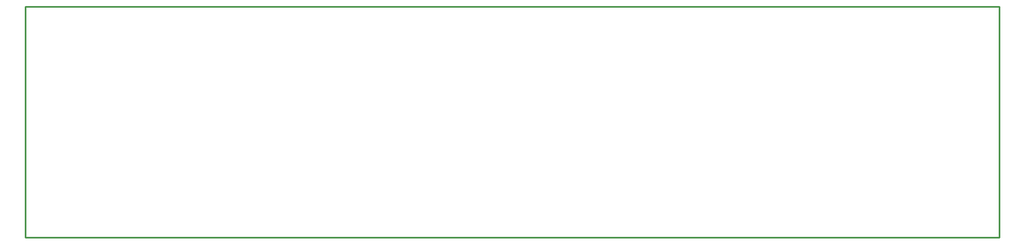
<source format=gbr>
%TF.GenerationSoftware,KiCad,Pcbnew,5.1.6-c6e7f7d~87~ubuntu18.04.1*%
%TF.CreationDate,2022-06-17T15:59:17+03:00*%
%TF.ProjectId,USB-4SERIAL_Rev_B,5553422d-3453-4455-9249-414c5f526576,B*%
%TF.SameCoordinates,Original*%
%TF.FileFunction,Profile,NP*%
%FSLAX46Y46*%
G04 Gerber Fmt 4.6, Leading zero omitted, Abs format (unit mm)*
G04 Created by KiCad (PCBNEW 5.1.6-c6e7f7d~87~ubuntu18.04.1) date 2022-06-17 15:59:17*
%MOMM*%
%LPD*%
G01*
G04 APERTURE LIST*
%TA.AperFunction,Profile*%
%ADD10C,0.254000*%
%TD*%
G04 APERTURE END LIST*
D10*
X226060000Y-58420000D02*
X76200000Y-58420000D01*
X226060000Y-93980000D02*
X226060000Y-58420000D01*
X76200000Y-93980000D02*
X226060000Y-93980000D01*
X76200000Y-58420000D02*
X76200000Y-93980000D01*
M02*

</source>
